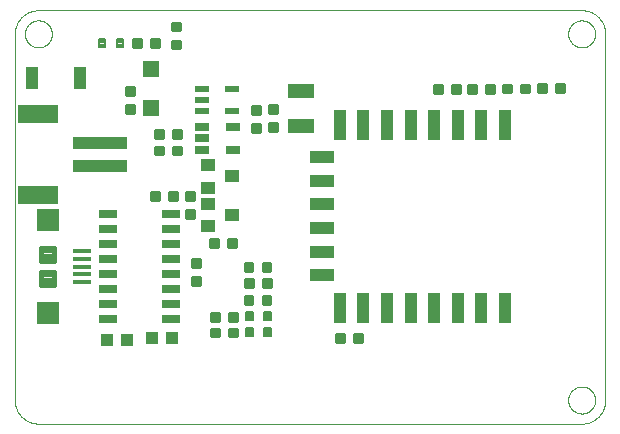
<source format=gtp>
G75*
%MOIN*%
%OFA0B0*%
%FSLAX25Y25*%
%IPPOS*%
%LPD*%
%AMOC8*
5,1,8,0,0,1.08239X$1,22.5*
%
%ADD10C,0.00000*%
%ADD11C,0.00100*%
%ADD12C,0.00875*%
%ADD13C,0.00750*%
%ADD14R,0.04500X0.04000*%
%ADD15R,0.03937X0.09843*%
%ADD16R,0.07874X0.03937*%
%ADD17R,0.09000X0.04500*%
%ADD18R,0.04724X0.02717*%
%ADD19R,0.05500X0.05500*%
%ADD20R,0.04724X0.02165*%
%ADD21R,0.05984X0.01496*%
%ADD22C,0.01800*%
%ADD23R,0.07480X0.07480*%
%ADD24R,0.04000X0.07800*%
%ADD25R,0.18110X0.03937*%
%ADD26R,0.13386X0.06299*%
%ADD27R,0.04331X0.03937*%
%ADD28R,0.06000X0.02500*%
D10*
X0010874Y0003250D02*
X0191976Y0003250D01*
X0192166Y0003252D01*
X0192356Y0003259D01*
X0192546Y0003271D01*
X0192736Y0003287D01*
X0192925Y0003307D01*
X0193114Y0003333D01*
X0193302Y0003362D01*
X0193489Y0003397D01*
X0193675Y0003436D01*
X0193860Y0003479D01*
X0194045Y0003527D01*
X0194228Y0003579D01*
X0194409Y0003635D01*
X0194589Y0003696D01*
X0194768Y0003762D01*
X0194945Y0003831D01*
X0195121Y0003905D01*
X0195294Y0003983D01*
X0195466Y0004066D01*
X0195635Y0004152D01*
X0195803Y0004242D01*
X0195968Y0004337D01*
X0196131Y0004435D01*
X0196291Y0004538D01*
X0196449Y0004644D01*
X0196604Y0004754D01*
X0196757Y0004867D01*
X0196907Y0004985D01*
X0197053Y0005106D01*
X0197197Y0005230D01*
X0197338Y0005358D01*
X0197476Y0005489D01*
X0197611Y0005624D01*
X0197742Y0005762D01*
X0197870Y0005903D01*
X0197994Y0006047D01*
X0198115Y0006193D01*
X0198233Y0006343D01*
X0198346Y0006496D01*
X0198456Y0006651D01*
X0198562Y0006809D01*
X0198665Y0006969D01*
X0198763Y0007132D01*
X0198858Y0007297D01*
X0198948Y0007465D01*
X0199034Y0007634D01*
X0199117Y0007806D01*
X0199195Y0007979D01*
X0199269Y0008155D01*
X0199338Y0008332D01*
X0199404Y0008511D01*
X0199465Y0008691D01*
X0199521Y0008872D01*
X0199573Y0009055D01*
X0199621Y0009240D01*
X0199664Y0009425D01*
X0199703Y0009611D01*
X0199738Y0009798D01*
X0199767Y0009986D01*
X0199793Y0010175D01*
X0199813Y0010364D01*
X0199829Y0010554D01*
X0199841Y0010744D01*
X0199848Y0010934D01*
X0199850Y0011124D01*
X0199850Y0133171D01*
X0199848Y0133361D01*
X0199841Y0133551D01*
X0199829Y0133741D01*
X0199813Y0133931D01*
X0199793Y0134120D01*
X0199767Y0134309D01*
X0199738Y0134497D01*
X0199703Y0134684D01*
X0199664Y0134870D01*
X0199621Y0135055D01*
X0199573Y0135240D01*
X0199521Y0135423D01*
X0199465Y0135604D01*
X0199404Y0135784D01*
X0199338Y0135963D01*
X0199269Y0136140D01*
X0199195Y0136316D01*
X0199117Y0136489D01*
X0199034Y0136661D01*
X0198948Y0136830D01*
X0198858Y0136998D01*
X0198763Y0137163D01*
X0198665Y0137326D01*
X0198562Y0137486D01*
X0198456Y0137644D01*
X0198346Y0137799D01*
X0198233Y0137952D01*
X0198115Y0138102D01*
X0197994Y0138248D01*
X0197870Y0138392D01*
X0197742Y0138533D01*
X0197611Y0138671D01*
X0197476Y0138806D01*
X0197338Y0138937D01*
X0197197Y0139065D01*
X0197053Y0139189D01*
X0196907Y0139310D01*
X0196757Y0139428D01*
X0196604Y0139541D01*
X0196449Y0139651D01*
X0196291Y0139757D01*
X0196131Y0139860D01*
X0195968Y0139958D01*
X0195803Y0140053D01*
X0195635Y0140143D01*
X0195466Y0140229D01*
X0195294Y0140312D01*
X0195121Y0140390D01*
X0194945Y0140464D01*
X0194768Y0140533D01*
X0194589Y0140599D01*
X0194409Y0140660D01*
X0194228Y0140716D01*
X0194045Y0140768D01*
X0193860Y0140816D01*
X0193675Y0140859D01*
X0193489Y0140898D01*
X0193302Y0140933D01*
X0193114Y0140962D01*
X0192925Y0140988D01*
X0192736Y0141008D01*
X0192546Y0141024D01*
X0192356Y0141036D01*
X0192166Y0141043D01*
X0191976Y0141045D01*
X0010874Y0141045D01*
X0010684Y0141043D01*
X0010494Y0141036D01*
X0010304Y0141024D01*
X0010114Y0141008D01*
X0009925Y0140988D01*
X0009736Y0140962D01*
X0009548Y0140933D01*
X0009361Y0140898D01*
X0009175Y0140859D01*
X0008990Y0140816D01*
X0008805Y0140768D01*
X0008622Y0140716D01*
X0008441Y0140660D01*
X0008261Y0140599D01*
X0008082Y0140533D01*
X0007905Y0140464D01*
X0007729Y0140390D01*
X0007556Y0140312D01*
X0007384Y0140229D01*
X0007215Y0140143D01*
X0007047Y0140053D01*
X0006882Y0139958D01*
X0006719Y0139860D01*
X0006559Y0139757D01*
X0006401Y0139651D01*
X0006246Y0139541D01*
X0006093Y0139428D01*
X0005943Y0139310D01*
X0005797Y0139189D01*
X0005653Y0139065D01*
X0005512Y0138937D01*
X0005374Y0138806D01*
X0005239Y0138671D01*
X0005108Y0138533D01*
X0004980Y0138392D01*
X0004856Y0138248D01*
X0004735Y0138102D01*
X0004617Y0137952D01*
X0004504Y0137799D01*
X0004394Y0137644D01*
X0004288Y0137486D01*
X0004185Y0137326D01*
X0004087Y0137163D01*
X0003992Y0136998D01*
X0003902Y0136830D01*
X0003816Y0136661D01*
X0003733Y0136489D01*
X0003655Y0136316D01*
X0003581Y0136140D01*
X0003512Y0135963D01*
X0003446Y0135784D01*
X0003385Y0135604D01*
X0003329Y0135423D01*
X0003277Y0135240D01*
X0003229Y0135055D01*
X0003186Y0134870D01*
X0003147Y0134684D01*
X0003112Y0134497D01*
X0003083Y0134309D01*
X0003057Y0134120D01*
X0003037Y0133931D01*
X0003021Y0133741D01*
X0003009Y0133551D01*
X0003002Y0133361D01*
X0003000Y0133171D01*
X0003000Y0011124D01*
X0003002Y0010934D01*
X0003009Y0010744D01*
X0003021Y0010554D01*
X0003037Y0010364D01*
X0003057Y0010175D01*
X0003083Y0009986D01*
X0003112Y0009798D01*
X0003147Y0009611D01*
X0003186Y0009425D01*
X0003229Y0009240D01*
X0003277Y0009055D01*
X0003329Y0008872D01*
X0003385Y0008691D01*
X0003446Y0008511D01*
X0003512Y0008332D01*
X0003581Y0008155D01*
X0003655Y0007979D01*
X0003733Y0007806D01*
X0003816Y0007634D01*
X0003902Y0007465D01*
X0003992Y0007297D01*
X0004087Y0007132D01*
X0004185Y0006969D01*
X0004288Y0006809D01*
X0004394Y0006651D01*
X0004504Y0006496D01*
X0004617Y0006343D01*
X0004735Y0006193D01*
X0004856Y0006047D01*
X0004980Y0005903D01*
X0005108Y0005762D01*
X0005239Y0005624D01*
X0005374Y0005489D01*
X0005512Y0005358D01*
X0005653Y0005230D01*
X0005797Y0005106D01*
X0005943Y0004985D01*
X0006093Y0004867D01*
X0006246Y0004754D01*
X0006401Y0004644D01*
X0006559Y0004538D01*
X0006719Y0004435D01*
X0006882Y0004337D01*
X0007047Y0004242D01*
X0007215Y0004152D01*
X0007384Y0004066D01*
X0007556Y0003983D01*
X0007729Y0003905D01*
X0007905Y0003831D01*
X0008082Y0003762D01*
X0008261Y0003696D01*
X0008441Y0003635D01*
X0008622Y0003579D01*
X0008805Y0003527D01*
X0008990Y0003479D01*
X0009175Y0003436D01*
X0009361Y0003397D01*
X0009548Y0003362D01*
X0009736Y0003333D01*
X0009925Y0003307D01*
X0010114Y0003287D01*
X0010304Y0003271D01*
X0010494Y0003259D01*
X0010684Y0003252D01*
X0010874Y0003250D01*
D11*
X0187476Y0011124D02*
X0187478Y0011258D01*
X0187484Y0011392D01*
X0187494Y0011525D01*
X0187508Y0011659D01*
X0187526Y0011792D01*
X0187548Y0011924D01*
X0187573Y0012055D01*
X0187603Y0012186D01*
X0187637Y0012316D01*
X0187674Y0012444D01*
X0187715Y0012572D01*
X0187760Y0012698D01*
X0187809Y0012823D01*
X0187861Y0012946D01*
X0187917Y0013068D01*
X0187977Y0013188D01*
X0188040Y0013306D01*
X0188107Y0013422D01*
X0188177Y0013536D01*
X0188251Y0013648D01*
X0188328Y0013758D01*
X0188408Y0013866D01*
X0188491Y0013971D01*
X0188577Y0014073D01*
X0188666Y0014173D01*
X0188759Y0014270D01*
X0188854Y0014365D01*
X0188952Y0014456D01*
X0189052Y0014545D01*
X0189155Y0014630D01*
X0189261Y0014713D01*
X0189369Y0014792D01*
X0189479Y0014868D01*
X0189592Y0014941D01*
X0189707Y0015010D01*
X0189823Y0015076D01*
X0189942Y0015138D01*
X0190062Y0015197D01*
X0190185Y0015252D01*
X0190308Y0015304D01*
X0190433Y0015351D01*
X0190560Y0015395D01*
X0190688Y0015436D01*
X0190817Y0015472D01*
X0190947Y0015505D01*
X0191078Y0015533D01*
X0191209Y0015558D01*
X0191342Y0015579D01*
X0191475Y0015596D01*
X0191608Y0015609D01*
X0191742Y0015618D01*
X0191876Y0015623D01*
X0192010Y0015624D01*
X0192143Y0015621D01*
X0192277Y0015614D01*
X0192411Y0015603D01*
X0192544Y0015588D01*
X0192677Y0015569D01*
X0192809Y0015546D01*
X0192940Y0015520D01*
X0193070Y0015489D01*
X0193200Y0015454D01*
X0193328Y0015416D01*
X0193455Y0015374D01*
X0193581Y0015328D01*
X0193706Y0015278D01*
X0193829Y0015225D01*
X0193950Y0015168D01*
X0194070Y0015107D01*
X0194187Y0015043D01*
X0194303Y0014976D01*
X0194417Y0014905D01*
X0194528Y0014830D01*
X0194637Y0014753D01*
X0194744Y0014672D01*
X0194849Y0014588D01*
X0194950Y0014501D01*
X0195050Y0014411D01*
X0195146Y0014318D01*
X0195240Y0014222D01*
X0195331Y0014123D01*
X0195418Y0014022D01*
X0195503Y0013918D01*
X0195585Y0013812D01*
X0195663Y0013704D01*
X0195738Y0013593D01*
X0195810Y0013480D01*
X0195879Y0013364D01*
X0195944Y0013247D01*
X0196005Y0013128D01*
X0196063Y0013007D01*
X0196117Y0012885D01*
X0196168Y0012761D01*
X0196215Y0012635D01*
X0196258Y0012508D01*
X0196297Y0012380D01*
X0196333Y0012251D01*
X0196364Y0012121D01*
X0196392Y0011990D01*
X0196416Y0011858D01*
X0196436Y0011725D01*
X0196452Y0011592D01*
X0196464Y0011459D01*
X0196472Y0011325D01*
X0196476Y0011191D01*
X0196476Y0011057D01*
X0196472Y0010923D01*
X0196464Y0010789D01*
X0196452Y0010656D01*
X0196436Y0010523D01*
X0196416Y0010390D01*
X0196392Y0010258D01*
X0196364Y0010127D01*
X0196333Y0009997D01*
X0196297Y0009868D01*
X0196258Y0009740D01*
X0196215Y0009613D01*
X0196168Y0009487D01*
X0196117Y0009363D01*
X0196063Y0009241D01*
X0196005Y0009120D01*
X0195944Y0009001D01*
X0195879Y0008884D01*
X0195810Y0008768D01*
X0195738Y0008655D01*
X0195663Y0008544D01*
X0195585Y0008436D01*
X0195503Y0008330D01*
X0195418Y0008226D01*
X0195331Y0008125D01*
X0195240Y0008026D01*
X0195146Y0007930D01*
X0195050Y0007837D01*
X0194950Y0007747D01*
X0194849Y0007660D01*
X0194744Y0007576D01*
X0194637Y0007495D01*
X0194528Y0007418D01*
X0194417Y0007343D01*
X0194303Y0007272D01*
X0194187Y0007205D01*
X0194070Y0007141D01*
X0193950Y0007080D01*
X0193829Y0007023D01*
X0193706Y0006970D01*
X0193581Y0006920D01*
X0193455Y0006874D01*
X0193328Y0006832D01*
X0193200Y0006794D01*
X0193070Y0006759D01*
X0192940Y0006728D01*
X0192809Y0006702D01*
X0192677Y0006679D01*
X0192544Y0006660D01*
X0192411Y0006645D01*
X0192277Y0006634D01*
X0192143Y0006627D01*
X0192010Y0006624D01*
X0191876Y0006625D01*
X0191742Y0006630D01*
X0191608Y0006639D01*
X0191475Y0006652D01*
X0191342Y0006669D01*
X0191209Y0006690D01*
X0191078Y0006715D01*
X0190947Y0006743D01*
X0190817Y0006776D01*
X0190688Y0006812D01*
X0190560Y0006853D01*
X0190433Y0006897D01*
X0190308Y0006944D01*
X0190185Y0006996D01*
X0190062Y0007051D01*
X0189942Y0007110D01*
X0189823Y0007172D01*
X0189707Y0007238D01*
X0189592Y0007307D01*
X0189479Y0007380D01*
X0189369Y0007456D01*
X0189261Y0007535D01*
X0189155Y0007618D01*
X0189052Y0007703D01*
X0188952Y0007792D01*
X0188854Y0007883D01*
X0188759Y0007978D01*
X0188666Y0008075D01*
X0188577Y0008175D01*
X0188491Y0008277D01*
X0188408Y0008382D01*
X0188328Y0008490D01*
X0188251Y0008600D01*
X0188177Y0008712D01*
X0188107Y0008826D01*
X0188040Y0008942D01*
X0187977Y0009060D01*
X0187917Y0009180D01*
X0187861Y0009302D01*
X0187809Y0009425D01*
X0187760Y0009550D01*
X0187715Y0009676D01*
X0187674Y0009804D01*
X0187637Y0009932D01*
X0187603Y0010062D01*
X0187573Y0010193D01*
X0187548Y0010324D01*
X0187526Y0010456D01*
X0187508Y0010589D01*
X0187494Y0010723D01*
X0187484Y0010856D01*
X0187478Y0010990D01*
X0187476Y0011124D01*
X0187476Y0133171D02*
X0187478Y0133305D01*
X0187484Y0133439D01*
X0187494Y0133572D01*
X0187508Y0133706D01*
X0187526Y0133839D01*
X0187548Y0133971D01*
X0187573Y0134102D01*
X0187603Y0134233D01*
X0187637Y0134363D01*
X0187674Y0134491D01*
X0187715Y0134619D01*
X0187760Y0134745D01*
X0187809Y0134870D01*
X0187861Y0134993D01*
X0187917Y0135115D01*
X0187977Y0135235D01*
X0188040Y0135353D01*
X0188107Y0135469D01*
X0188177Y0135583D01*
X0188251Y0135695D01*
X0188328Y0135805D01*
X0188408Y0135913D01*
X0188491Y0136018D01*
X0188577Y0136120D01*
X0188666Y0136220D01*
X0188759Y0136317D01*
X0188854Y0136412D01*
X0188952Y0136503D01*
X0189052Y0136592D01*
X0189155Y0136677D01*
X0189261Y0136760D01*
X0189369Y0136839D01*
X0189479Y0136915D01*
X0189592Y0136988D01*
X0189707Y0137057D01*
X0189823Y0137123D01*
X0189942Y0137185D01*
X0190062Y0137244D01*
X0190185Y0137299D01*
X0190308Y0137351D01*
X0190433Y0137398D01*
X0190560Y0137442D01*
X0190688Y0137483D01*
X0190817Y0137519D01*
X0190947Y0137552D01*
X0191078Y0137580D01*
X0191209Y0137605D01*
X0191342Y0137626D01*
X0191475Y0137643D01*
X0191608Y0137656D01*
X0191742Y0137665D01*
X0191876Y0137670D01*
X0192010Y0137671D01*
X0192143Y0137668D01*
X0192277Y0137661D01*
X0192411Y0137650D01*
X0192544Y0137635D01*
X0192677Y0137616D01*
X0192809Y0137593D01*
X0192940Y0137567D01*
X0193070Y0137536D01*
X0193200Y0137501D01*
X0193328Y0137463D01*
X0193455Y0137421D01*
X0193581Y0137375D01*
X0193706Y0137325D01*
X0193829Y0137272D01*
X0193950Y0137215D01*
X0194070Y0137154D01*
X0194187Y0137090D01*
X0194303Y0137023D01*
X0194417Y0136952D01*
X0194528Y0136877D01*
X0194637Y0136800D01*
X0194744Y0136719D01*
X0194849Y0136635D01*
X0194950Y0136548D01*
X0195050Y0136458D01*
X0195146Y0136365D01*
X0195240Y0136269D01*
X0195331Y0136170D01*
X0195418Y0136069D01*
X0195503Y0135965D01*
X0195585Y0135859D01*
X0195663Y0135751D01*
X0195738Y0135640D01*
X0195810Y0135527D01*
X0195879Y0135411D01*
X0195944Y0135294D01*
X0196005Y0135175D01*
X0196063Y0135054D01*
X0196117Y0134932D01*
X0196168Y0134808D01*
X0196215Y0134682D01*
X0196258Y0134555D01*
X0196297Y0134427D01*
X0196333Y0134298D01*
X0196364Y0134168D01*
X0196392Y0134037D01*
X0196416Y0133905D01*
X0196436Y0133772D01*
X0196452Y0133639D01*
X0196464Y0133506D01*
X0196472Y0133372D01*
X0196476Y0133238D01*
X0196476Y0133104D01*
X0196472Y0132970D01*
X0196464Y0132836D01*
X0196452Y0132703D01*
X0196436Y0132570D01*
X0196416Y0132437D01*
X0196392Y0132305D01*
X0196364Y0132174D01*
X0196333Y0132044D01*
X0196297Y0131915D01*
X0196258Y0131787D01*
X0196215Y0131660D01*
X0196168Y0131534D01*
X0196117Y0131410D01*
X0196063Y0131288D01*
X0196005Y0131167D01*
X0195944Y0131048D01*
X0195879Y0130931D01*
X0195810Y0130815D01*
X0195738Y0130702D01*
X0195663Y0130591D01*
X0195585Y0130483D01*
X0195503Y0130377D01*
X0195418Y0130273D01*
X0195331Y0130172D01*
X0195240Y0130073D01*
X0195146Y0129977D01*
X0195050Y0129884D01*
X0194950Y0129794D01*
X0194849Y0129707D01*
X0194744Y0129623D01*
X0194637Y0129542D01*
X0194528Y0129465D01*
X0194417Y0129390D01*
X0194303Y0129319D01*
X0194187Y0129252D01*
X0194070Y0129188D01*
X0193950Y0129127D01*
X0193829Y0129070D01*
X0193706Y0129017D01*
X0193581Y0128967D01*
X0193455Y0128921D01*
X0193328Y0128879D01*
X0193200Y0128841D01*
X0193070Y0128806D01*
X0192940Y0128775D01*
X0192809Y0128749D01*
X0192677Y0128726D01*
X0192544Y0128707D01*
X0192411Y0128692D01*
X0192277Y0128681D01*
X0192143Y0128674D01*
X0192010Y0128671D01*
X0191876Y0128672D01*
X0191742Y0128677D01*
X0191608Y0128686D01*
X0191475Y0128699D01*
X0191342Y0128716D01*
X0191209Y0128737D01*
X0191078Y0128762D01*
X0190947Y0128790D01*
X0190817Y0128823D01*
X0190688Y0128859D01*
X0190560Y0128900D01*
X0190433Y0128944D01*
X0190308Y0128991D01*
X0190185Y0129043D01*
X0190062Y0129098D01*
X0189942Y0129157D01*
X0189823Y0129219D01*
X0189707Y0129285D01*
X0189592Y0129354D01*
X0189479Y0129427D01*
X0189369Y0129503D01*
X0189261Y0129582D01*
X0189155Y0129665D01*
X0189052Y0129750D01*
X0188952Y0129839D01*
X0188854Y0129930D01*
X0188759Y0130025D01*
X0188666Y0130122D01*
X0188577Y0130222D01*
X0188491Y0130324D01*
X0188408Y0130429D01*
X0188328Y0130537D01*
X0188251Y0130647D01*
X0188177Y0130759D01*
X0188107Y0130873D01*
X0188040Y0130989D01*
X0187977Y0131107D01*
X0187917Y0131227D01*
X0187861Y0131349D01*
X0187809Y0131472D01*
X0187760Y0131597D01*
X0187715Y0131723D01*
X0187674Y0131851D01*
X0187637Y0131979D01*
X0187603Y0132109D01*
X0187573Y0132240D01*
X0187548Y0132371D01*
X0187526Y0132503D01*
X0187508Y0132636D01*
X0187494Y0132770D01*
X0187484Y0132903D01*
X0187478Y0133037D01*
X0187476Y0133171D01*
X0006374Y0133171D02*
X0006376Y0133305D01*
X0006382Y0133439D01*
X0006392Y0133572D01*
X0006406Y0133706D01*
X0006424Y0133839D01*
X0006446Y0133971D01*
X0006471Y0134102D01*
X0006501Y0134233D01*
X0006535Y0134363D01*
X0006572Y0134491D01*
X0006613Y0134619D01*
X0006658Y0134745D01*
X0006707Y0134870D01*
X0006759Y0134993D01*
X0006815Y0135115D01*
X0006875Y0135235D01*
X0006938Y0135353D01*
X0007005Y0135469D01*
X0007075Y0135583D01*
X0007149Y0135695D01*
X0007226Y0135805D01*
X0007306Y0135913D01*
X0007389Y0136018D01*
X0007475Y0136120D01*
X0007564Y0136220D01*
X0007657Y0136317D01*
X0007752Y0136412D01*
X0007850Y0136503D01*
X0007950Y0136592D01*
X0008053Y0136677D01*
X0008159Y0136760D01*
X0008267Y0136839D01*
X0008377Y0136915D01*
X0008490Y0136988D01*
X0008605Y0137057D01*
X0008721Y0137123D01*
X0008840Y0137185D01*
X0008960Y0137244D01*
X0009083Y0137299D01*
X0009206Y0137351D01*
X0009331Y0137398D01*
X0009458Y0137442D01*
X0009586Y0137483D01*
X0009715Y0137519D01*
X0009845Y0137552D01*
X0009976Y0137580D01*
X0010107Y0137605D01*
X0010240Y0137626D01*
X0010373Y0137643D01*
X0010506Y0137656D01*
X0010640Y0137665D01*
X0010774Y0137670D01*
X0010908Y0137671D01*
X0011041Y0137668D01*
X0011175Y0137661D01*
X0011309Y0137650D01*
X0011442Y0137635D01*
X0011575Y0137616D01*
X0011707Y0137593D01*
X0011838Y0137567D01*
X0011968Y0137536D01*
X0012098Y0137501D01*
X0012226Y0137463D01*
X0012353Y0137421D01*
X0012479Y0137375D01*
X0012604Y0137325D01*
X0012727Y0137272D01*
X0012848Y0137215D01*
X0012968Y0137154D01*
X0013085Y0137090D01*
X0013201Y0137023D01*
X0013315Y0136952D01*
X0013426Y0136877D01*
X0013535Y0136800D01*
X0013642Y0136719D01*
X0013747Y0136635D01*
X0013848Y0136548D01*
X0013948Y0136458D01*
X0014044Y0136365D01*
X0014138Y0136269D01*
X0014229Y0136170D01*
X0014316Y0136069D01*
X0014401Y0135965D01*
X0014483Y0135859D01*
X0014561Y0135751D01*
X0014636Y0135640D01*
X0014708Y0135527D01*
X0014777Y0135411D01*
X0014842Y0135294D01*
X0014903Y0135175D01*
X0014961Y0135054D01*
X0015015Y0134932D01*
X0015066Y0134808D01*
X0015113Y0134682D01*
X0015156Y0134555D01*
X0015195Y0134427D01*
X0015231Y0134298D01*
X0015262Y0134168D01*
X0015290Y0134037D01*
X0015314Y0133905D01*
X0015334Y0133772D01*
X0015350Y0133639D01*
X0015362Y0133506D01*
X0015370Y0133372D01*
X0015374Y0133238D01*
X0015374Y0133104D01*
X0015370Y0132970D01*
X0015362Y0132836D01*
X0015350Y0132703D01*
X0015334Y0132570D01*
X0015314Y0132437D01*
X0015290Y0132305D01*
X0015262Y0132174D01*
X0015231Y0132044D01*
X0015195Y0131915D01*
X0015156Y0131787D01*
X0015113Y0131660D01*
X0015066Y0131534D01*
X0015015Y0131410D01*
X0014961Y0131288D01*
X0014903Y0131167D01*
X0014842Y0131048D01*
X0014777Y0130931D01*
X0014708Y0130815D01*
X0014636Y0130702D01*
X0014561Y0130591D01*
X0014483Y0130483D01*
X0014401Y0130377D01*
X0014316Y0130273D01*
X0014229Y0130172D01*
X0014138Y0130073D01*
X0014044Y0129977D01*
X0013948Y0129884D01*
X0013848Y0129794D01*
X0013747Y0129707D01*
X0013642Y0129623D01*
X0013535Y0129542D01*
X0013426Y0129465D01*
X0013315Y0129390D01*
X0013201Y0129319D01*
X0013085Y0129252D01*
X0012968Y0129188D01*
X0012848Y0129127D01*
X0012727Y0129070D01*
X0012604Y0129017D01*
X0012479Y0128967D01*
X0012353Y0128921D01*
X0012226Y0128879D01*
X0012098Y0128841D01*
X0011968Y0128806D01*
X0011838Y0128775D01*
X0011707Y0128749D01*
X0011575Y0128726D01*
X0011442Y0128707D01*
X0011309Y0128692D01*
X0011175Y0128681D01*
X0011041Y0128674D01*
X0010908Y0128671D01*
X0010774Y0128672D01*
X0010640Y0128677D01*
X0010506Y0128686D01*
X0010373Y0128699D01*
X0010240Y0128716D01*
X0010107Y0128737D01*
X0009976Y0128762D01*
X0009845Y0128790D01*
X0009715Y0128823D01*
X0009586Y0128859D01*
X0009458Y0128900D01*
X0009331Y0128944D01*
X0009206Y0128991D01*
X0009083Y0129043D01*
X0008960Y0129098D01*
X0008840Y0129157D01*
X0008721Y0129219D01*
X0008605Y0129285D01*
X0008490Y0129354D01*
X0008377Y0129427D01*
X0008267Y0129503D01*
X0008159Y0129582D01*
X0008053Y0129665D01*
X0007950Y0129750D01*
X0007850Y0129839D01*
X0007752Y0129930D01*
X0007657Y0130025D01*
X0007564Y0130122D01*
X0007475Y0130222D01*
X0007389Y0130324D01*
X0007306Y0130429D01*
X0007226Y0130537D01*
X0007149Y0130647D01*
X0007075Y0130759D01*
X0007005Y0130873D01*
X0006938Y0130989D01*
X0006875Y0131107D01*
X0006815Y0131227D01*
X0006759Y0131349D01*
X0006707Y0131472D01*
X0006658Y0131597D01*
X0006613Y0131723D01*
X0006572Y0131851D01*
X0006535Y0131979D01*
X0006501Y0132109D01*
X0006471Y0132240D01*
X0006446Y0132371D01*
X0006424Y0132503D01*
X0006406Y0132636D01*
X0006392Y0132770D01*
X0006382Y0132903D01*
X0006376Y0133037D01*
X0006374Y0133171D01*
D12*
X0040167Y0115303D02*
X0040167Y0112677D01*
X0040167Y0115303D02*
X0042793Y0115303D01*
X0042793Y0112677D01*
X0040167Y0112677D01*
X0040167Y0113551D02*
X0042793Y0113551D01*
X0042793Y0114425D02*
X0040167Y0114425D01*
X0040167Y0115299D02*
X0042793Y0115299D01*
X0040167Y0109303D02*
X0040167Y0106677D01*
X0040167Y0109303D02*
X0042793Y0109303D01*
X0042793Y0106677D01*
X0040167Y0106677D01*
X0040167Y0107551D02*
X0042793Y0107551D01*
X0042793Y0108425D02*
X0040167Y0108425D01*
X0040167Y0109299D02*
X0042793Y0109299D01*
X0049884Y0101185D02*
X0052510Y0101185D01*
X0052510Y0098559D01*
X0049884Y0098559D01*
X0049884Y0101185D01*
X0049884Y0099433D02*
X0052510Y0099433D01*
X0052510Y0100307D02*
X0049884Y0100307D01*
X0049884Y0101181D02*
X0052510Y0101181D01*
X0055884Y0101185D02*
X0058510Y0101185D01*
X0058510Y0098559D01*
X0055884Y0098559D01*
X0055884Y0101185D01*
X0055884Y0099433D02*
X0058510Y0099433D01*
X0058510Y0100307D02*
X0055884Y0100307D01*
X0055884Y0101181D02*
X0058510Y0101181D01*
X0058396Y0092972D02*
X0055770Y0092972D01*
X0055770Y0095598D01*
X0058396Y0095598D01*
X0058396Y0092972D01*
X0058396Y0093846D02*
X0055770Y0093846D01*
X0055770Y0094720D02*
X0058396Y0094720D01*
X0058396Y0095594D02*
X0055770Y0095594D01*
X0052396Y0092972D02*
X0049770Y0092972D01*
X0049770Y0095598D01*
X0052396Y0095598D01*
X0052396Y0092972D01*
X0052396Y0093846D02*
X0049770Y0093846D01*
X0049770Y0094720D02*
X0052396Y0094720D01*
X0052396Y0095594D02*
X0049770Y0095594D01*
X0050994Y0077717D02*
X0048368Y0077717D01*
X0048368Y0080343D01*
X0050994Y0080343D01*
X0050994Y0077717D01*
X0050994Y0078591D02*
X0048368Y0078591D01*
X0048368Y0079465D02*
X0050994Y0079465D01*
X0050994Y0080339D02*
X0048368Y0080339D01*
X0054368Y0077717D02*
X0056994Y0077717D01*
X0054368Y0077717D02*
X0054368Y0080343D01*
X0056994Y0080343D01*
X0056994Y0077717D01*
X0056994Y0078591D02*
X0054368Y0078591D01*
X0054368Y0079465D02*
X0056994Y0079465D01*
X0056994Y0080339D02*
X0054368Y0080339D01*
X0062600Y0080504D02*
X0062600Y0077878D01*
X0059974Y0077878D01*
X0059974Y0080504D01*
X0062600Y0080504D01*
X0062600Y0078752D02*
X0059974Y0078752D01*
X0059974Y0079626D02*
X0062600Y0079626D01*
X0062600Y0080500D02*
X0059974Y0080500D01*
X0062600Y0074504D02*
X0062600Y0071878D01*
X0059974Y0071878D01*
X0059974Y0074504D01*
X0062600Y0074504D01*
X0062600Y0072752D02*
X0059974Y0072752D01*
X0059974Y0073626D02*
X0062600Y0073626D01*
X0062600Y0074500D02*
X0059974Y0074500D01*
X0068207Y0062197D02*
X0070833Y0062197D01*
X0068207Y0062197D02*
X0068207Y0064823D01*
X0070833Y0064823D01*
X0070833Y0062197D01*
X0070833Y0063071D02*
X0068207Y0063071D01*
X0068207Y0063945D02*
X0070833Y0063945D01*
X0070833Y0064819D02*
X0068207Y0064819D01*
X0074207Y0062197D02*
X0076833Y0062197D01*
X0074207Y0062197D02*
X0074207Y0064823D01*
X0076833Y0064823D01*
X0076833Y0062197D01*
X0076833Y0063071D02*
X0074207Y0063071D01*
X0074207Y0063945D02*
X0076833Y0063945D01*
X0076833Y0064819D02*
X0074207Y0064819D01*
X0062187Y0058063D02*
X0062187Y0055437D01*
X0062187Y0058063D02*
X0064813Y0058063D01*
X0064813Y0055437D01*
X0062187Y0055437D01*
X0062187Y0056311D02*
X0064813Y0056311D01*
X0064813Y0057185D02*
X0062187Y0057185D01*
X0062187Y0058059D02*
X0064813Y0058059D01*
X0062187Y0052063D02*
X0062187Y0049437D01*
X0062187Y0052063D02*
X0064813Y0052063D01*
X0064813Y0049437D01*
X0062187Y0049437D01*
X0062187Y0050311D02*
X0064813Y0050311D01*
X0064813Y0051185D02*
X0062187Y0051185D01*
X0062187Y0052059D02*
X0064813Y0052059D01*
X0079648Y0051343D02*
X0082274Y0051343D01*
X0082274Y0048717D01*
X0079648Y0048717D01*
X0079648Y0051343D01*
X0079648Y0049591D02*
X0082274Y0049591D01*
X0082274Y0050465D02*
X0079648Y0050465D01*
X0079648Y0051339D02*
X0082274Y0051339D01*
X0085648Y0051343D02*
X0088274Y0051343D01*
X0088274Y0048717D01*
X0085648Y0048717D01*
X0085648Y0051343D01*
X0085648Y0049591D02*
X0088274Y0049591D01*
X0088274Y0050465D02*
X0085648Y0050465D01*
X0085648Y0051339D02*
X0088274Y0051339D01*
X0088215Y0054161D02*
X0085589Y0054161D01*
X0085589Y0056787D01*
X0088215Y0056787D01*
X0088215Y0054161D01*
X0088215Y0055035D02*
X0085589Y0055035D01*
X0085589Y0055909D02*
X0088215Y0055909D01*
X0088215Y0056783D02*
X0085589Y0056783D01*
X0082215Y0054161D02*
X0079589Y0054161D01*
X0079589Y0056787D01*
X0082215Y0056787D01*
X0082215Y0054161D01*
X0082215Y0055035D02*
X0079589Y0055035D01*
X0079589Y0055909D02*
X0082215Y0055909D01*
X0082215Y0056783D02*
X0079589Y0056783D01*
X0079589Y0043173D02*
X0082215Y0043173D01*
X0079589Y0043173D02*
X0079589Y0045799D01*
X0082215Y0045799D01*
X0082215Y0043173D01*
X0082215Y0044047D02*
X0079589Y0044047D01*
X0079589Y0044921D02*
X0082215Y0044921D01*
X0082215Y0045795D02*
X0079589Y0045795D01*
X0085589Y0043173D02*
X0088215Y0043173D01*
X0085589Y0043173D02*
X0085589Y0045799D01*
X0088215Y0045799D01*
X0088215Y0043173D01*
X0088215Y0044047D02*
X0085589Y0044047D01*
X0085589Y0044921D02*
X0088215Y0044921D01*
X0088215Y0045795D02*
X0085589Y0045795D01*
X0077120Y0037594D02*
X0074494Y0037594D01*
X0074494Y0040220D01*
X0077120Y0040220D01*
X0077120Y0037594D01*
X0077120Y0038468D02*
X0074494Y0038468D01*
X0074494Y0039342D02*
X0077120Y0039342D01*
X0077120Y0040216D02*
X0074494Y0040216D01*
X0071120Y0037594D02*
X0068494Y0037594D01*
X0068494Y0040220D01*
X0071120Y0040220D01*
X0071120Y0037594D01*
X0071120Y0038468D02*
X0068494Y0038468D01*
X0068494Y0039342D02*
X0071120Y0039342D01*
X0071120Y0040216D02*
X0068494Y0040216D01*
X0068494Y0034951D02*
X0071120Y0034951D01*
X0071120Y0032325D01*
X0068494Y0032325D01*
X0068494Y0034951D01*
X0068494Y0033199D02*
X0071120Y0033199D01*
X0071120Y0034073D02*
X0068494Y0034073D01*
X0068494Y0034947D02*
X0071120Y0034947D01*
X0074494Y0034951D02*
X0077120Y0034951D01*
X0077120Y0032325D01*
X0074494Y0032325D01*
X0074494Y0034951D01*
X0074494Y0033199D02*
X0077120Y0033199D01*
X0077120Y0034073D02*
X0074494Y0034073D01*
X0074494Y0034947D02*
X0077120Y0034947D01*
X0110215Y0030551D02*
X0112841Y0030551D01*
X0110215Y0030551D02*
X0110215Y0033177D01*
X0112841Y0033177D01*
X0112841Y0030551D01*
X0112841Y0031425D02*
X0110215Y0031425D01*
X0110215Y0032299D02*
X0112841Y0032299D01*
X0112841Y0033173D02*
X0110215Y0033173D01*
X0116215Y0030551D02*
X0118841Y0030551D01*
X0116215Y0030551D02*
X0116215Y0033177D01*
X0118841Y0033177D01*
X0118841Y0030551D01*
X0118841Y0031425D02*
X0116215Y0031425D01*
X0116215Y0032299D02*
X0118841Y0032299D01*
X0118841Y0033173D02*
X0116215Y0033173D01*
X0087667Y0100768D02*
X0087667Y0103394D01*
X0090293Y0103394D01*
X0090293Y0100768D01*
X0087667Y0100768D01*
X0087667Y0101642D02*
X0090293Y0101642D01*
X0090293Y0102516D02*
X0087667Y0102516D01*
X0087667Y0103390D02*
X0090293Y0103390D01*
X0087667Y0106768D02*
X0087667Y0109394D01*
X0090293Y0109394D01*
X0090293Y0106768D01*
X0087667Y0106768D01*
X0087667Y0107642D02*
X0090293Y0107642D01*
X0090293Y0108516D02*
X0087667Y0108516D01*
X0087667Y0109390D02*
X0090293Y0109390D01*
X0082022Y0109260D02*
X0082022Y0106634D01*
X0082022Y0109260D02*
X0084648Y0109260D01*
X0084648Y0106634D01*
X0082022Y0106634D01*
X0082022Y0107508D02*
X0084648Y0107508D01*
X0084648Y0108382D02*
X0082022Y0108382D01*
X0082022Y0109256D02*
X0084648Y0109256D01*
X0082022Y0103260D02*
X0082022Y0100634D01*
X0082022Y0103260D02*
X0084648Y0103260D01*
X0084648Y0100634D01*
X0082022Y0100634D01*
X0082022Y0101508D02*
X0084648Y0101508D01*
X0084648Y0102382D02*
X0082022Y0102382D01*
X0082022Y0103256D02*
X0084648Y0103256D01*
X0057947Y0128343D02*
X0057947Y0130969D01*
X0057947Y0128343D02*
X0055321Y0128343D01*
X0055321Y0130969D01*
X0057947Y0130969D01*
X0057947Y0129217D02*
X0055321Y0129217D01*
X0055321Y0130091D02*
X0057947Y0130091D01*
X0057947Y0130965D02*
X0055321Y0130965D01*
X0057947Y0134343D02*
X0057947Y0136969D01*
X0057947Y0134343D02*
X0055321Y0134343D01*
X0055321Y0136969D01*
X0057947Y0136969D01*
X0057947Y0135217D02*
X0055321Y0135217D01*
X0055321Y0136091D02*
X0057947Y0136091D01*
X0057947Y0136965D02*
X0055321Y0136965D01*
X0051104Y0128917D02*
X0048478Y0128917D01*
X0048478Y0131543D01*
X0051104Y0131543D01*
X0051104Y0128917D01*
X0051104Y0129791D02*
X0048478Y0129791D01*
X0048478Y0130665D02*
X0051104Y0130665D01*
X0051104Y0131539D02*
X0048478Y0131539D01*
X0045104Y0128917D02*
X0042478Y0128917D01*
X0042478Y0131543D01*
X0045104Y0131543D01*
X0045104Y0128917D01*
X0045104Y0129791D02*
X0042478Y0129791D01*
X0042478Y0130665D02*
X0045104Y0130665D01*
X0045104Y0131539D02*
X0042478Y0131539D01*
X0142738Y0113382D02*
X0145364Y0113382D01*
X0142738Y0113382D02*
X0142738Y0116008D01*
X0145364Y0116008D01*
X0145364Y0113382D01*
X0145364Y0114256D02*
X0142738Y0114256D01*
X0142738Y0115130D02*
X0145364Y0115130D01*
X0145364Y0116004D02*
X0142738Y0116004D01*
X0148738Y0113382D02*
X0151364Y0113382D01*
X0148738Y0113382D02*
X0148738Y0116008D01*
X0151364Y0116008D01*
X0151364Y0113382D01*
X0151364Y0114256D02*
X0148738Y0114256D01*
X0148738Y0115130D02*
X0151364Y0115130D01*
X0151364Y0116004D02*
X0148738Y0116004D01*
X0154191Y0113563D02*
X0156817Y0113563D01*
X0154191Y0113563D02*
X0154191Y0116189D01*
X0156817Y0116189D01*
X0156817Y0113563D01*
X0156817Y0114437D02*
X0154191Y0114437D01*
X0154191Y0115311D02*
X0156817Y0115311D01*
X0156817Y0116185D02*
X0154191Y0116185D01*
X0160191Y0113563D02*
X0162817Y0113563D01*
X0160191Y0113563D02*
X0160191Y0116189D01*
X0162817Y0116189D01*
X0162817Y0113563D01*
X0162817Y0114437D02*
X0160191Y0114437D01*
X0160191Y0115311D02*
X0162817Y0115311D01*
X0162817Y0116185D02*
X0160191Y0116185D01*
X0165829Y0113669D02*
X0168455Y0113669D01*
X0165829Y0113669D02*
X0165829Y0116295D01*
X0168455Y0116295D01*
X0168455Y0113669D01*
X0168455Y0114543D02*
X0165829Y0114543D01*
X0165829Y0115417D02*
X0168455Y0115417D01*
X0168455Y0116291D02*
X0165829Y0116291D01*
X0171829Y0113669D02*
X0174455Y0113669D01*
X0171829Y0113669D02*
X0171829Y0116295D01*
X0174455Y0116295D01*
X0174455Y0113669D01*
X0174455Y0114543D02*
X0171829Y0114543D01*
X0171829Y0115417D02*
X0174455Y0115417D01*
X0174455Y0116291D02*
X0171829Y0116291D01*
X0177470Y0116358D02*
X0180096Y0116358D01*
X0180096Y0113732D01*
X0177470Y0113732D01*
X0177470Y0116358D01*
X0177470Y0114606D02*
X0180096Y0114606D01*
X0180096Y0115480D02*
X0177470Y0115480D01*
X0177470Y0116354D02*
X0180096Y0116354D01*
X0183470Y0116358D02*
X0186096Y0116358D01*
X0186096Y0113732D01*
X0183470Y0113732D01*
X0183470Y0116358D01*
X0183470Y0114606D02*
X0186096Y0114606D01*
X0186096Y0115480D02*
X0183470Y0115480D01*
X0183470Y0116354D02*
X0186096Y0116354D01*
D13*
X0088282Y0037670D02*
X0086032Y0037670D01*
X0086032Y0040420D01*
X0088282Y0040420D01*
X0088282Y0037670D01*
X0088282Y0038419D02*
X0086032Y0038419D01*
X0086032Y0039168D02*
X0088282Y0039168D01*
X0088282Y0039917D02*
X0086032Y0039917D01*
X0082282Y0037670D02*
X0080032Y0037670D01*
X0080032Y0040420D01*
X0082282Y0040420D01*
X0082282Y0037670D01*
X0082282Y0038419D02*
X0080032Y0038419D01*
X0080032Y0039168D02*
X0082282Y0039168D01*
X0082282Y0039917D02*
X0080032Y0039917D01*
X0080032Y0032316D02*
X0082282Y0032316D01*
X0080032Y0032316D02*
X0080032Y0035066D01*
X0082282Y0035066D01*
X0082282Y0032316D01*
X0082282Y0033065D02*
X0080032Y0033065D01*
X0080032Y0033814D02*
X0082282Y0033814D01*
X0082282Y0034563D02*
X0080032Y0034563D01*
X0086032Y0032316D02*
X0088282Y0032316D01*
X0086032Y0032316D02*
X0086032Y0035066D01*
X0088282Y0035066D01*
X0088282Y0032316D01*
X0088282Y0033065D02*
X0086032Y0033065D01*
X0086032Y0033814D02*
X0088282Y0033814D01*
X0088282Y0034563D02*
X0086032Y0034563D01*
X0039200Y0128871D02*
X0036950Y0128871D01*
X0036950Y0131621D01*
X0039200Y0131621D01*
X0039200Y0128871D01*
X0039200Y0129620D02*
X0036950Y0129620D01*
X0036950Y0130369D02*
X0039200Y0130369D01*
X0039200Y0131118D02*
X0036950Y0131118D01*
X0033200Y0128871D02*
X0030950Y0128871D01*
X0030950Y0131621D01*
X0033200Y0131621D01*
X0033200Y0128871D01*
X0033200Y0129620D02*
X0030950Y0129620D01*
X0030950Y0130369D02*
X0033200Y0130369D01*
X0033200Y0131118D02*
X0030950Y0131118D01*
D14*
X0067311Y0089404D03*
X0075311Y0085663D03*
X0067311Y0081923D03*
X0067311Y0076632D03*
X0075311Y0072892D03*
X0067311Y0069152D03*
D15*
X0111331Y0041856D03*
X0119205Y0041856D03*
X0127079Y0041856D03*
X0134953Y0041856D03*
X0142827Y0041856D03*
X0150701Y0041856D03*
X0158575Y0041856D03*
X0166449Y0041856D03*
X0166449Y0102880D03*
X0158575Y0102880D03*
X0150701Y0102880D03*
X0142827Y0102880D03*
X0134953Y0102880D03*
X0127079Y0102880D03*
X0119205Y0102880D03*
X0111331Y0102880D03*
D16*
X0105425Y0092053D03*
X0105425Y0084179D03*
X0105425Y0076305D03*
X0105425Y0068431D03*
X0105425Y0060557D03*
X0105425Y0052683D03*
D17*
X0098299Y0102571D03*
X0098299Y0114071D03*
D18*
X0075674Y0102108D03*
X0075674Y0094628D03*
X0065437Y0094628D03*
X0065437Y0098368D03*
X0065437Y0102108D03*
D19*
X0048394Y0108415D03*
X0048394Y0121415D03*
D20*
X0065307Y0114923D03*
X0065307Y0111183D03*
X0065307Y0107443D03*
X0075543Y0107443D03*
X0075543Y0114923D03*
D21*
X0025469Y0060659D03*
X0025469Y0058100D03*
X0025469Y0055541D03*
X0025469Y0052982D03*
X0025469Y0050423D03*
D22*
X0011869Y0049441D02*
X0011869Y0053641D01*
X0016069Y0053641D01*
X0016069Y0049441D01*
X0011869Y0049441D01*
X0011869Y0051240D02*
X0016069Y0051240D01*
X0016069Y0053039D02*
X0011869Y0053039D01*
X0011869Y0057441D02*
X0011869Y0061641D01*
X0016069Y0061641D01*
X0016069Y0057441D01*
X0011869Y0057441D01*
X0011869Y0059240D02*
X0016069Y0059240D01*
X0016069Y0061039D02*
X0011869Y0061039D01*
D23*
X0013969Y0071093D03*
X0013969Y0039990D03*
D24*
X0008906Y0118604D03*
X0024656Y0118604D03*
D25*
X0031346Y0096951D03*
X0031346Y0089077D03*
D26*
X0010874Y0079628D03*
X0010874Y0106400D03*
D27*
X0033654Y0031250D03*
X0040346Y0031250D03*
X0048654Y0031750D03*
X0055346Y0031750D03*
D28*
X0055000Y0038250D03*
X0055000Y0043250D03*
X0055000Y0048250D03*
X0055000Y0053250D03*
X0055000Y0058250D03*
X0055000Y0063250D03*
X0055000Y0068250D03*
X0055000Y0073250D03*
X0034000Y0073250D03*
X0034000Y0068250D03*
X0034000Y0063250D03*
X0034000Y0058250D03*
X0034000Y0053250D03*
X0034000Y0048250D03*
X0034000Y0043250D03*
X0034000Y0038250D03*
M02*

</source>
